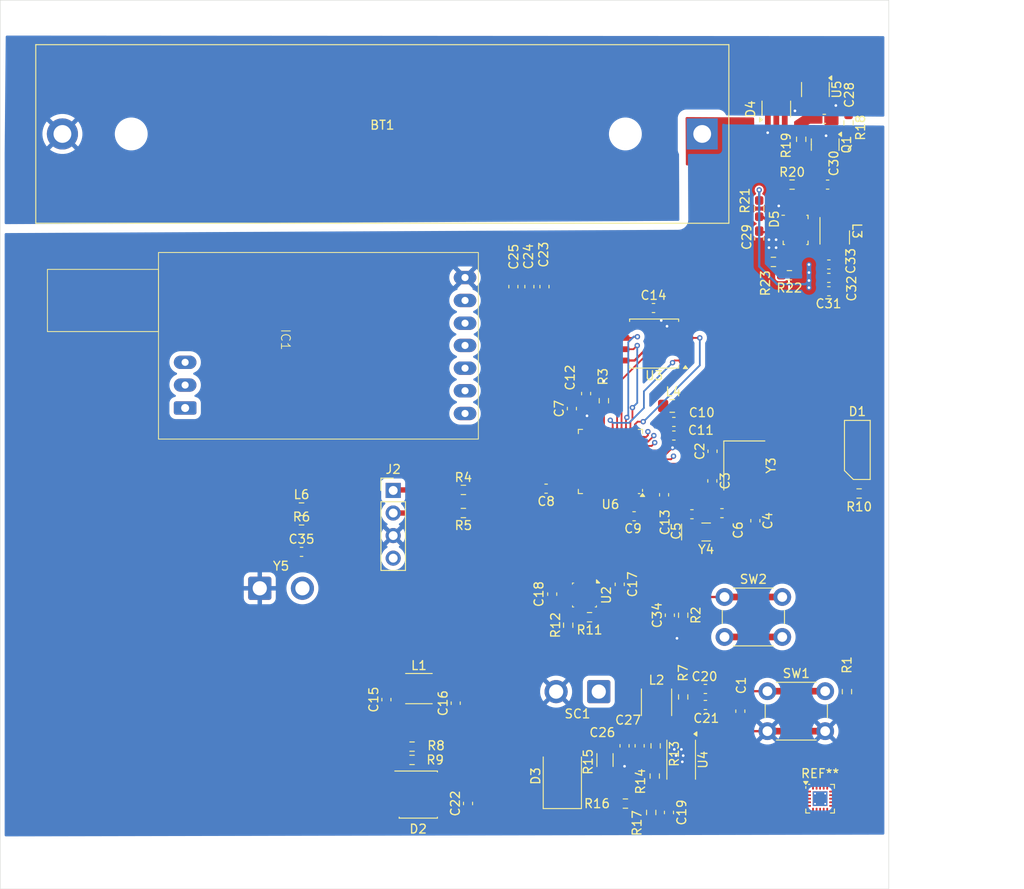
<source format=kicad_pcb>
(kicad_pcb (version 20241229) (generator "pcbnew") (generator_version "9.0")
  (layers (0 "F.Cu" signal) (2 "B.Cu" signal) (13 "F.Paste" user) (15 "B.Paste" user) (5 "F.SilkS" user "F.Silkscreen") (7 "B.SilkS" user "B.Silkscreen") (1 "F.Mask" user) (3 "B.Mask" user) (25 "Edge.Cuts" user))
  (net 0 "")
  (net 1 "Net-(BT1-+)")
  (net 2 "Net-(BT1--)")
  (net 3 "GND")
  (net 4 "/MCU/NRST")
  (net 5 "+3V3")
  (net 6 "VDD_MCU")
  (net 7 "Net-(U6-VCAP1)")
  (net 8 "Net-(U4-VCTRL)")
  (net 9 "Net-(SC1-+)")
  (net 10 "Net-(U4-MPP-SET)")
  (net 11 "Net-(U4-VOUT)")
  (net 12 "Net-(U4-ICRTL_MINUS)")
  (net 13 "Net-(U5-VCC)")
  (net 14 "Net-(D5-VAUX)")
  (net 15 "/Power/VBAT+")
  (net 17 "/MCU/TEMT6000")
  (net 18 "/MCU/I2C1_SCL")
  (net 19 "/MCU/I2C1_SDA")
  (net 21 "Net-(D2-ADR)")
  (net 22 "Net-(D4A-G)")
  (net 23 "Net-(D4B-G)")
  (net 24 "Net-(D5-L2)")
  (net 25 "Net-(D5-PG)")
  (net 26 "Net-(D5-FB)")
  (net 27 "Net-(D5-L1)")
  (net 28 "Net-(D5-EN)")
  (net 30 "/MCU/AUX_LORA")
  (net 31 "/MCU/M1_LORA")
  (net 32 "/MCU/USART1_TX_LORA")
  (net 34 "/MCU/M0_LORA")
  (net 36 "/MCU/USART1_RX_LORA")
  (net 37 "Net-(J2-Pin_1)")
  (net 38 "Net-(J2-Pin_2)")
  (net 39 "Net-(U4-LX)")
  (net 40 "/MCU/BOOT0")
  (net 41 "/MCU/BOOT1")
  (net 42 "/MCU/SWCLK")
  (net 43 "/MCU/SWDIO")
  (net 44 "/MCU/PIEZO")
  (net 45 "Net-(U2-SDO)")
  (net 46 "Net-(U4-ICTRL_PLUS)")
  (net 47 "Net-(U5-CS)")
  (net 48 "/MCU/SPI1_MISO")
  (net 49 "/MCU/PV_CURRENT")
  (net 50 "Net-(L6-Pad1)")
  (net 52 "/MCU/SCK")
  (net 54 "/MCU/F_CS")
  (net 56 "/MCU/SPI1_MOSI")
  (net 57 "/MCU/N_HOLD")
  (net 62 "/MCU/N_WP")
  (net 66 "/MCU/PC13-ANTI-TAMP")
  (net 69 "Net-(D4A-D-Pad2)")
  (net 71 "/MCU/OSC32_P")
  (net 72 "/MCU/OSC32_N")
  (net 73 "/MCU/OSC_P")
  (net 74 "/MCU/OSC_N")
  (footprint "Capacitor_SMD:C_0603_1608Metric_Pad1.08x0.95mm_HandSolder" (layer "F.Cu") (at 144.415 49.85)
    (property "Reference" "C30")
    (property "Value" "10 мкФ 25 В")
  )
  (footprint "Capacitor_SMD:C_0603_1608Metric_Pad1.08x0.95mm_HandSolder" (layer "F.Cu") (at 121.02 94.835 -90)
    (property "Reference" "C17")
    (property "Value" "0,1 мкФ 25 В")
  )
  (footprint "Connector_PinHeader_2.54mm:PinHeader_1x04_P2.54mm_Vertical" (layer "F.Cu") (at 95.52625 84.27)
    (property "Reference" "J2")
    (property "Value" "Conn_01x04_Pin")
  )
  (footprint "Capacitor_SMD:C_0603_1608Metric_Pad1.08x0.95mm_HandSolder" (layer "F.Cu") (at 113.42 95.935 -90)
    (property "Reference" "C18")
    (property "Value" "1 мкФ 25 В")
  )
  (footprint "Capacitor_SMD:C_0603_1608Metric_Pad1.08x0.95mm_HandSolder" (layer "F.Cu") (at 130.66 108.41)
    (property "Reference" "C21")
    (property "Value" "1 нФ 25 В")
  )
  (footprint "Resistor_SMD:R_0603_1608Metric_Pad0.98x0.95mm_HandSolder" (layer "F.Cu") (at 124.96 116.41 -90)
    (property "Reference" "R14")
    (property "Value" "1 кОм")
  )
  (footprint "Capacitor_SMD:C_0603_1608Metric_Pad1.08x0.95mm_HandSolder" (layer "F.Cu") (at 103.9475 119.49625 90)
    (property "Reference" "C22")
    (property "Value" "0,1 мкФ 25 В")
  )
  (footprint "Resistor_SMD:R_0603_1608Metric_Pad0.98x0.95mm_HandSolder" (layer "F.Cu") (at 147.96 84.61)
    (property "Reference" "R10")
    (property "Value" "10 кОм")
  )
  (footprint "Capacitor_SMD:C_0603_1608Metric_Pad1.08x0.95mm_HandSolder" (layer "F.Cu") (at 132.522079 86.82475)
    (property "Reference" "C6")
    (property "Value" "12 пФ 25 В")
  )
  (footprint "Capacitor_SMD:C_0603_1608Metric_Pad1.08x0.95mm_HandSolder" (layer "F.Cu") (at 136.28 87.68 90)
    (property "Reference" "C4")
    (property "Value" "0,1 мкФ 25 В")
  )
  (footprint "Resistor_SMD:R_0603_1608Metric_Pad0.98x0.95mm_HandSolder" (layer "F.Cu") (at 121.66 119.51 180)
    (property "Reference" "R16")
    (property "Value" "160 кОм")
  )
  (footprint "Capacitor_SMD:C_0603_1608Metric_Pad1.08x0.95mm_HandSolder" (layer "F.Cu") (at 124.82 63.739999)
    (property "Reference" "C14")
    (property "Value" "0,1 мкФ 25 В")
  )
  (footprint "Resistor_SMD:R_0603_1608Metric_Pad0.98x0.95mm_HandSolder" (layer "F.Cu") (at 85.21 88.68)
    (property "Reference" "R6")
    (property "Value" "10 МОм")
  )
  (footprint "Resistor_SMD:R_1206_3216Metric" (layer "F.Cu") (at 119.36 114.61 -90)
    (property "Reference" "R15")
    (property "Value" "240 мОм")
  )
  (footprint "Package_SO:SOIC-8_5.3x5.3mm_P1.27mm" (layer "F.Cu") (at 124.89 67.74 180)
    (property "Reference" "U3")
    (property "Value" "W25Q32JVSS")
  )
  (footprint "Resistor_SMD:R_0603_1608Metric_Pad0.98x0.95mm_HandSolder" (layer "F.Cu") (at 124.56 120.51 90)
    (property "Reference" "R17")
    (property "Value" "68 кОм")
  )
  (footprint "Button_Switch_THT:SW_PUSH_6mm_H7.3mm" (layer "F.Cu") (at 132.81 96.26)
    (property "Reference" "SW2")
    (property "Value" "SW_Push")
  )
  (footprint "Capacitor_SMD:C_0603_1608Metric_Pad1.08x0.95mm_HandSolder" (layer "F.Cu") (at 127.11 76.56)
    (property "Reference" "C10")
    (property "Value" "1 мкФ 25 В")
  )
  (footprint "Inductor_SMD:L_Neosid_SMS-ME3015" (layer "F.Cu") (at 125.16 108.11 -90)
    (property "Reference" "L2")
    (property "Value" "10 мкГн")
  )
  (footprint "Resistor_SMD:R_0603_1608Metric_Pad0.98x0.95mm_HandSolder" (layer "F.Cu") (at 117.62 98.535 180)
    (property "Reference" "R11")
    (property "Value" "10 кОм")
  )
  (footprint "Resistor_SMD:R_0603_1608Metric_Pad0.98x0.95mm_HandSolder" (layer "F.Cu") (at 146.77 42.91 -90)
    (property "Reference" "R18")
    (property "Value" "1 кОм")
  )
  (footprint "Capacitor_SMD:C_0603_1608Metric_Pad1.08x0.95mm_HandSolder" (layer "F.Cu") (at 102.56 108.21 90)
    (property "Reference" "C16")
    (property "Value" "0,1 мкФ 25 В")
  )
  (footprint "Resistor_SMD:R_0603_1608Metric_Pad0.98x0.95mm_HandSolder" (layer "F.Cu") (at 146.59 106.91 -90)
    (property "Reference" "R1")
    (property "Value" "10 кОм")
  )
  (footprint "Inductor_SMD:L_0805_2012Metric_Pad1.15x1.40mm_HandSolder" (layer "F.Cu") (at 126.93 74.76)
    (property "Reference" "L4")
    (property "Value" "L")
  )
  (footprint "Package_TO_SOT_SMD:SOT-23-6_Handsoldering" (layer "F.Cu") (at 138.64 41.35 90)
    (property "Reference" "D4")
    (property "Value" "FS8205A")
  )
  (footprint "Connector_Wire:SolderWire-0.75sqmm_1x02_P4.8mm_D1.25mm_OD2.3mm" (layer "F.Cu") (at 118.66 106.91 180)
    (property "Reference" "SC1")
    (property "Value" "Solar_Cell")
  )
  (footprint "Diplom:LoRa module" (layer "F.Cu") (at 88.81 67.49 -90)
    (property "Reference" "IC1")
    (property "Value" "E22-900T22D")
  )
  (footprint "Capacitor_SMD:C_0603_1608Metric_Pad1.08x0.95mm_HandSolder" (layer "F.Cu") (at 144.5525 60.35 180)
    (property "Reference" "C32")
    (property "Value" "10 мкФ 25 В")
  )
  (footprint "Capacitor_SMD:C_0603_1608Metric_Pad1.08x0.95mm_HandSolder" (layer "F.Cu") (at 109.05 61.33 90)
    (property "Reference" "C25")
    (property "Value" "10 мкФ 25 В")
  )
  (footprint "Capacitor_SMD:C_0603_1608Metric_Pad1.08x0.95mm_HandSolder" (layer "F.Cu") (at 126.56 120.51 -90)
    (property "Reference" "C19")
    (property "Value" "1 нФ 25 В")
  )
  (footprint "Battery:BatteryHolder_MPD_BH-18650-PC2" (layer "F.Cu") (at 130.3 44.15 180)
    (property "Reference" "BT1")
    (property "Value" "Battery_Cell")
  )
  (footprint "Resistor_SMD:R_0603_1608Metric_Pad0.98x0.95mm_HandSolder" (layer "F.Cu") (at 138.315 58.55)
    (property "Reference" "R23")
    (property "Value" "150 кОм")
  )
  (footprint "Capacitor_SMD:C_0603_1608Metric_Pad1.08x0.95mm_HandSolder" (layer "F.Cu") (at 130.66 106.61)
    (property "Reference" "C20")
    (property "Value" "10 мкФ 25 В")
  )
  (footprint "Button_Switch_THT:SW_PUSH_6mm_H7.3mm" (layer "F.Cu") (at 137.64 106.86)
    (property "Reference" "SW1")
    (property "Value" "SW_Push")
  )
  (footprint "Resistor_SMD:R_0603_1608Metric_Pad0.98x0.95mm_HandSolder" (layer "F.Cu") (at 136.715 52.55 -90)
    (property "Reference" "R21")
    (property "Value" "100 кОм")
  )
  (footprint "Capacitor_SMD:C_0603_1608Metric_Pad1.08x0.95mm_HandSolder" (layer "F.Cu") (at 117.235 73.37 -90)
    (property "Reference" "C12")
    (property "Value" "4,7 мкФ 25 В")
  )
  (footprint "Resistor_SMD:R_0603_1608Metric_Pad0.98x0.95mm_HandSolder" (layer "F.Cu") (at 119.235 74.17 90)
    (property "Reference" "R3")
    (property "Value" "10 кОм")
  )
  (footprint "Package_LGA:Bosch_LGA-8_2.5x2.5mm_P0.65mm_ClockwisePinNumbering" (layer "F.Cu") (at 117.05 96.035 -90)
    (property "Reference" "U2")
    (property "Value" "BME280")
  )
  (footprint "Capacitor_SMD:C_0603_1608Metric_Pad1.08x0.95mm_HandSolder" (layer "F.Cu") (at 85.21 91.18)
    (property "Reference" "C35")
    (property "Value" "12 пФ 25 В")
  )
  (footprint "Resistor_SMD:R_0603_1608Metric_Pad0.98x0.95mm_HandSolder" (layer "F.Cu") (at 97.6475 113.09625 180)
    (property "Reference" "R8")
    (property "Value" "10 кОм")
  )
  (footprint "Capacitor_SMD:C_0603_1608Metric_Pad1.08x0.95mm_HandSolder" (layer "F.Cu") (at 110.85 61.33 90)
    (property "Reference" "C24")
    (property "Value" "1 мкФ 25 В")
  )
  (footprint "Capacitor_SMD:C_0603_1608Metric_Pad1.08x0.95mm_HandSolder" (layer "F.Cu") (at 129.142079 86.944749 180)
    (property "Reference" "C5")
    (property "Value" "12 пФ 25 В")
  )
  (footprint "Crystal:Crystal_SMD_EuroQuartz_EQ161-2Pin_3.2x1.5mm_HandSoldering" (layer "F.Cu") (at 130.742079 88.944749)
    (property "Reference" "Y4")
    (property "Value" "KX-327NHT")
  )
  (footprint "Package_DFN_QFN:QFN-48-1EP_7x7mm_P0.5mm_EP5.6x5.6mm" (layer "F.Cu") (at 119.9725 81.01 180)
    (property "Reference" "U6")
    (property "Value" "STM32F411CEUx")
  )
  (footprint "Connector_Wire:SolderWire-0.75sqmm_1x02_P4.8mm_D1.25mm_OD2.3mm" (layer "F.Cu") (at 80.51 95.28)
    (property "Reference" "Y5")
    (property "Value" "Crystal")
  )
  (footprint "Capacitor_SMD:C_0603_1608Metric_Pad1.08x0.95mm_HandSolder" (layer "F.Cu") (at 123.26 113.01 90)
    (property "Reference" "C27")
    (property "Value" "1 мкФ 25 В")
  )
  (footprint "Resistor_SMD:R_0603_1608Metric_Pad0.98x0.95mm_HandSolder" (layer "F.Cu") (at 128.16 98.31 -90)
    (property "Reference" "R2")
    (property "Value" "10 кОм")
  )
  (footprint "Resistor_SMD:R_0603_1608Metric_Pad0.98x0.95mm_HandSolder" (layer "F.Cu") (at 140.415 49.85 180)
    (property "Reference" "R20")
    (property "Value" "10 кОм")
  )
  (footprint "Capacitor_SMD:C_0603_1608Metric_Pad1.08x0.95mm_HandSolder" (layer "F.Cu") (at 126.66 98.31 90)
    (property "Reference" "C34")
    (property "Value" "0,1 мкФ 25 В")
  )
  (footprint "Capacitor_SMD:C_0603_1608Metric_Pad1.08x0.95mm_HandSolder" (layer "F.Cu") (at 94.76 107.81 90)
    (property "Reference" "C15")
    (property "Value" "0,1 мкФ 25 В")
  )
  (footprint "Capacitor_SMD:C_0603_1608Metric_Pad1.08x0.95mm_HandSolder" (layer "F.Cu") (at 131.46 79.857499 90)
    (property "Reference" "C2")
    (property "Value" "18 пФ 25 В")
  )
  (footprint "Diode_SMD:D_SMB" (layer "F.Cu") (at 114.56 116.41 90)
    (property "Reference" "D3")
    (property "Value" "SMM4F5.0")
  )
  (footprint "Resistor_SMD:R_0603_1608Metric_Pad0.98x0.95mm_HandSolder" (layer "F.Cu") (at 103.42625 84.21 180)
    (property "Reference" "R4")
    (property "Value" "22 Ом")
  )
  (footprint "Capacitor_SMD:C_0603_1608Metric_Pad1.08x0.95mm_HandSolder" (layer "F.Cu") (at 131.44 83.197499 -90)
    (property "Reference" "C3")
    (property "Value" "18 пФ 25 В")
  )
  (footprint "Capacitor_SMD:C_0603_1608Metric_Pad1.08x0.95mm_HandSolder" (layer "F.Cu") (at 115.635 75.06 90)
    (property "Reference" "C7")
    (property "Value" "0,1 мкФ 25 В")
  )
  (footprint "Diplom:VQFN-15_2.5x3_Pitch0.5mm" (layer "F.Cu") (at 140.815 54.95)
    (property "Reference" "D5")
    (property "Value" "TPS63070")
  )
  (footprint "Resistor_SMD:R_0603_1608Metric_Pad0.98x0.95mm_HandSolder" (layer "F.Cu") (at 97.6475 114.59625 180)
    (property "Reference" "R9")
    (property "Value" "10 кОм")
  )
  (footprint "Capacitor_SMD:C_0603_1608Metric_Pad1.08x0.95mm_HandSolder" (layer "F.Cu") (at 144.04 42.45)
    (property "Reference" "C28")
    (property "Value" "0,1 мкФ 25 В")
  )
  (footprint "Capacitor_SMD:C_0603_1608Metric_Pad1.08x0.95mm_HandSolder" (layer "F.Cu") (at 127.11 78.09)
    (property "Reference" "C11")
    (property "Value" "0,1 мкФ 25 В")
  )
  (footprint "Resistor_SMD:R_0603_1608Metric_Pad0.98x0.95mm_HandSolder" (layer "F.Cu") (at 141.44 44.75 90)
    (property "Reference" "R19")
    (property "Value" "100 Ом")
  )
  (footprint "Capacitor_SMD:C_0603_1608Metric_Pad1.08x0.95mm_HandSolder" (layer "F.Cu") (at 136.715 55.95 90)
    (property "Reference" "C29")
    (property "Value" "0,1 мкФ 25 В")
  )
  (footprint "Resistor_SMD:R_0603_1608Metric_Pad0.98x0.95mm_HandSolder" (layer "F.Cu") (at 103.42625 86.81 180)
    (property "Reference" "R5")
    (property "Value" "22 Ом")
  )
  (footprint "Capacitor_SMD:C_0603_1608Metric_Pad1.08x0.95mm_HandSolder" (layer "F.Cu") (at 112.550001 61.33 90)
    (property "Reference" "C23")
    (property "Value" "0,1 мкФ 25 В")
  )
  (footprint "Resistor_SMD:R_0603_1608Metric_Pad0.98x0.95mm_HandSolder" (layer "F.Cu") (at 115.22 99.435 90)
    (property "Reference" "R12")
    (property "Value" "10 кОм")
  )
  (footprint "Diplom:TEMT6000" (layer "F.Cu") (at 147.76 79.71)
    (property "Reference" "D1")
    (property "Value" "TEMT6000")
  )
  (footprint "Diplom:AHT10" (layer "F.Cu") (at 98.3525 118.49625)
    (property "Reference" "D2")
    (property "Value" "AHT10")
  )
  (footprint "Capacitor_SMD:C_0603_1608Metric_Pad1.08x0.95mm_HandSolder" (layer "F.Cu") (at 112.735 84.07 180)
    (property "Reference" "C8")
    (property "Value" "0,1 мкФ 25 В")
  )
  (footprint "Package_TO_SOT_SMD:SOT-23-6" (layer "F.Cu") (at 143.04 39.15 -90)
    (property "Reference" "U5")
    (property "Value" "DW01A")
  )
  (footprint "Inductor_SMD:L_0805_2012Metric_Pad1.15x1.40mm_HandSolder" (layer "F.Cu") (at 85.21 86.38)
    (property "Reference" "L6")
    (property "Value" "L")
  )
  (footprint "Package_DFN_QFN:QFN-20-1EP_3x3mm_P0.4mm_EP1.65x1.65mm_ThermalVias" (layer "F.Cu") (at 143.57 118.96)
    (property "Reference" "REF**")
    (property "Value" "QFN-20-1EP_3x3mm_P0.4mm_EP1.65x1.65mm_ThermalVias")
  )
  (footprint "Resistor_SMD:R_0603_1608Metric_Pad0.98x0.95mm_HandSolder" (layer "F.Cu") (at 128.16 107.51 -90)
    (property "Reference" "R7")
    (property "Value" "1 кОм")
  )
  (footprint "Resistor_SMD:R_0603_1608Metric_Pad0.98x0.95mm_HandSolder" (layer "F.Cu") (at 140.115 60.05 180)
    (property "Reference" "R22")
    (property "Value" "470 кОм")
  )
  (footprint "Inductor_SMD_Wurth:L_Wurth_WE-LQSH-3012" (layer "F.Cu") (at 145.215 55.05 -90)
    (property "Reference" "L3")
    (property "Value" "1 мкГн")
  )
  (footprint "Capacitor_SMD:C_0603_1608Metric_Pad1.08x0.95mm_HandSolder" (layer "F.Cu") (at 126.01 84.76 -90)
    (property "Reference" "C13")
    (property "Value" "0,1 мкФ 25 В")
  )
  (footprint "Capacitor_SMD:C_0603_1608Metric_Pad1.08x0.95mm_HandSolder" (layer "F.Cu") (at 134.59 109.11 -90)
    (property "Reference" "C1")
    (property "Value" "0,1 мкФ 25 В")
  )
  (footprint "Capacitor_SMD:C_0603_1608Metric_Pad1.08x0.95mm_HandSolder" (layer "F.Cu") (at 144.5525 58.84 180)
    (property "Reference" "C33")
    (property "Value" "10 мкФ 25 В")
  )
  (footprint "Resistor_SMD:R_0603_1608Metric_Pad0.98x0.95mm_HandSolder" (layer "F.Cu") (at 125.06 113.01 90)
    (property "Reference" "R13")
    (property "Value" "1 кОм")
  )
  (footprint "Capacitor_SMD:C_0603_1608Metric_Pad1.08x0.95mm_HandSolder" (layer "F.Cu") (at 122.635 87.17 180)
    (property "Reference" "C9")
    (property "Value" "0,1 мкФ 25 В")
  )
  (footprint "Package_SO:TSSOP-8_4.4x3mm_P0.65mm" (layer "F.Cu") (at 127.935 114.5725 -90)
    (property "Reference" "U4")
    (property "Value" "SPV1040")
  )
  (footprint "Inductor_SMD:L_Neosid_SMS-ME3015" (layer "F.Cu") (at 98.42 106.57)
    (property "Reference" "L1")
    (property "Value" "L")
  )
  (footprint "Capacitor_SMD:C_0603_1608Metric_Pad1.08x0.95mm_HandSolder" (layer "F.Cu") (at 121.56 113.01 90)
    (property "Reference" "C26")
    (property "Value" "10 мкФ 25 В")
  )
  (footprint "Crystal:Crystal_SMD_3225-4Pin_3.2x2.5mm_HandSoldering" (layer "F.Cu") (at 135.04 81.46 -90)
    (property "Reference" "Y3")
    (property "Value" "ABM3-25.000MHz-D2Y-T")
  )
  (footprint "Capacitor_SMD:C_0603_1608Metric_Pad1.08x0.95mm_HandSolder" (layer "F.Cu") (at 144.5525 61.85 180)
    (property "Reference" "C31")
    (property "Value" "10 мкФ 25 В")
  )
  (footprint "Package_TO_SOT_SMD:SOT-23" (layer "F.Cu") (at 144.14 45.35 -90)
    (property "Reference" "Q1")
    (property "Value" "SI2301")
  )
  (gr_rect (start 51.3 29.1) (end 151.3 129.1) (stroke (width 0.05)) (fill no) (layer "Edge.Cuts"))
  (segment (start 139.89 41.55) (end 140.74 41.55) (width 0.4) (layer "F.Cu") (net 2))
  (segment (start 139.59 41.85) (end 139.89 41.55) (width 0.4) (layer "F.Cu") (net 2))
  (segment (start 139.59 42.7) (end 139.59 41.85) (width 0.4) (layer "F.Cu") (net 2))
  (via (at 140.74 41.55) (size 0.6) (drill 0.3) (layers "F.Cu" "B.Cu") (net 2))
  (via (at 145.34 40.95) (size 0.6) (drill 0.3) (layers "F.Cu" "B.Cu") (net 2))
  (segment (start 137.69 43.99) (end 137.67 44.01) (width 0.254) (layer "F.Cu") (net 3))
  (segment (start 140.565 55.8) (end 140.565 56.35) (width 0.254) (layer "F.Cu") (net 3))
  (segment (start 134.59 111.11) (end 134.84 111.36) (width 0.254) (layer "F.Cu") (net 3))
  (segment (start 138.915 52.25) (end 139.615 52.25) (width 0.254) (layer "F.Cu") (net 3))
  (segment (start 126.96 79.45) (end 126.99 79.42) (width 0.2) (layer "F.Cu") (net 3))
  (segment (start 134.59 109.9725) (end 134.59 111.11) (width 0.254) (layer "F.Cu") (net 3))
  (segment (start 117.7225 77.5725) (end 117.7225 76.2575) (width 0.254) (layer "F.Cu") (net 3))
  (segment (start 117.2075 74.26) (end 117.235 74.2325) (width 0.254) (layer "F.Cu") (net 3))
  (segment (start 141.415 54.95) (end 144.115 54.95) (width 0.254) (layer "F.Cu") (net 3))
  (segment (start 121.56 115.31) (end 121.56 113.8725) (width 0.508) (layer "F.Cu") (net 3))
  (segment (start 125.682501 65.1325) (end 125.6825 63.74) (width 0.4) (layer "F.Cu") (net 3))
  (segment (start 127.46 99.1725) (end 127.46 100.91) (width 0.254) (layer "F.Cu") (net 3))
  (segment (start 123.41 80.26) (end 126.15 80.26) (width 0.2) (layer "F.Cu") (net 3))
  (segment (start 117.7225 76.2575) (end 117.335 75.87) (width 0.254) (layer "F.Cu") (net 3))
  (segment (start 122.2225 85.6825) (end 121.7725 86.1325) (width 0.254) (layer "F.Cu") (net 3))
  (segment (start 140.465 55.7) (end 140.465 55.050001) (width 0.254) (layer "F.Cu") (net 3))
  (segment (start 117.1725 73.97) (end 117.1725 75.7075) (width 0.254) (layer "F.Cu") (net 3))
  (segment (start 137.69 42.7) (end 137.69 43.99) (width 0.254) (layer "F.Cu") (net 3))
  (segment (start 128.26 113.11) (end 127.96 113.41) (width 0.4) (layer "F.Cu") (net 3))
  (segment (start 126.385001 65.835) (end 126.340001 65.79) (width 0.4) (layer "F.Cu") (net 3))
  (segment (start 139.615 52.25) (end 140.065 52.7) (width 0.254) (layer "F.Cu") (net 3))
  (segment (start 134.84 111.36) (end 137.64 111.36) (width 0.254) (layer "F.Cu") (net 3))
  (segment (start 121.7725 86.1325) (end 121.7725 87.17) (width 0.254) (layer "F.Cu") (net 3))
  (segment (start 125.69 65.14) (end 125.682501 65.1325) (width 0.4) (layer "F.Cu") (net 3))
  (segment (start 145.0275 44.35) (end 145.09 44.4125) (width 0.4) (layer "F.Cu") (net 3))
  (segment (start 117.1725 75.7075) (end 117.335 75.87) (width 0.254) (layer "F.Cu") (net 3))
  (segment (start 115.635 74.1975) (end 115.6975 74.26) (width 0.254) (layer "F.Cu") (net 3))
  (segment (start 126.15 80.26) (end 126.96 79.45) (width 0.2) (layer "F.Cu") (net 3))
  (segment (start 144.24 44.35) (end 145.0275 44.35) (width 0.4) (layer "F.Cu") (net 3))
  (segment (start 131.5225 106.61) (end 131.5225 108.41) (width 0.508) (layer "F.Cu") (net 3))
  (segment (start 137.64 111.36) (end 144.14 111.36) (width 0.75) (layer "F.Cu") (net 3))
  (segment (start 124.56 121.4225) (end 126.51 121.4225) (width 0.508) (layer "F.Cu") (net 3))
  (segment (start 127.46 99.1725) (end 128.11 99.1725) (width 0.254) (layer "F.Cu") (net 3))
  (segment (start 122.2225 84.4475) (end 122.2225 85.6825) (width 0.254) (layer "F.Cu") (net 3))
  (segment (start 119.235 73.2575) (end 119.235 71.97) (width 0.4) (layer "F.Cu") (net 3))
  (segment (start 115.6975 74.26) (end 117.2075 74.26) (width 0.254) (layer "F.Cu") (net 3))
  (segment (start 126.51 121.4225) (end 126.56 121.3725) (width 0.508) (layer "F.Cu") (net 3))
  (segment (start 139.665 55.7) (end 140.465 55.7) (width 0.254) (layer "F.Cu") (net 3))
  (segment (start 140.465 55.7) (end 140.565 55.8) (width 0.254) (layer "F.Cu") (net 3))
  (segment (start 140.565001 54.95) (end 141.415 54.95) (width 0.254) (layer "F.Cu") (net 3))
  (segment (start 128.11 99.1725) (end 128.16 99.2225) (width 0.254) (layer "F.Cu") (net 3))
  (segment (start 128.26 111.71) (end 128.26 113.11) (width 0.4) (layer "F.Cu") (net 3))
  (segment (start 126.340001 65.79) (end 125.69 65.14) (width 0.4) (layer "F.Cu") (net 3))
  (segment (start 128.477501 65.835) (end 126.385001 65.835) (width 0.4) (layer "F.Cu") (net 3))
  (segment (start 140.465 55.050001) (end 140.565001 54.95) (width 0.254) (layer "F.Cu") (net 3))
  (segment (start 140.065 52.7) (end 140.065 53.55) (width 0.254) (layer "F.Cu") (net 3))
  (segment (start 126.66 99.1725) (end 127.46 99.1725) (width 0.254) (layer "F.Cu") (net 3))
  (via (at 137.67 44.01) (size 0.6) (drill 0.3) (layers "F.Cu" "B.Cu") (net 3))
  (via (at 119.235 71.97) (size 0.6) (drill 0.3) (layers "F.Cu" "B.Cu") (net 3))
  (via (at 138.915 52.25) (size 0.6) (drill 0.3) (layers "F.Cu" "B.Cu") (net 3))
  (via (at 127.96 113.41) (size 0.6) (drill 0.3) (layers "F.Cu" "B.Cu") (net 3))
  (via (at 128.06 114.81) (size 0.6) (drill 0.3) (layers "F.Cu" "B.Cu") (net 3))
  (via (at 138.615 56.05) (size 0.6) (drill 0.3) (layers "F.Cu" "B.Cu") (net 3))
  (via (at 144.24 44.35) (size 0.6) (drill 0.3) (layers "F.Cu" "B.Cu") (net 3))
  (via (at 128.16 114.11) (size 0.6) (drill 0.3) (layers "F.Cu" "B.Cu") (net 3))
  (via (at 126.96 79.45) (size 0.6) (drill 0.3) (layers "F.Cu" "B.Cu") (net 3))
  (via (at 127.46 100.91) (size 0.6) (drill 0.3) (layers "F.Cu" "B.Cu") (net 3))
  (via (at 137.815 56.95) (size 0.6) (drill 0.3) (layers "F.Cu" "B.Cu") (net 3))
  (via (at 125.69 65.14) (size 0.6) (drill 0.3) (layers "F.Cu" "B.Cu") (net 3))
  (via (at 138.615 56.95) (size 0.6) (drill 0.3) (layers "F.Cu" "B.Cu") (net 3))
  (via (at 127.16 113.41) (size 0.6) (drill 0.3) (layers "F.Cu" "B.Cu") (net 3))
  (via (at 117.335 75.87) (size 0.6) (drill 0.3) (layers "F.Cu" "B.Cu") (net 3))
  (via (at 137.815 56.05) (size 0.6) (drill 0.3) (layers "F.Cu" "B.Cu") (net 3))
  (via (at 121.56 115.31) (size 0.6) (drill 0.3) (layers "F.Cu" "B.Cu") (net 3))
  (via (at 126.340001 65.79) (size 0.6) (drill 0.3) (layers "F.Cu" "B.Cu") (net 3))
  (via (at 127.36 114.11) (size 0.6) (drill 0.3) (layers "F.Cu" "B.Cu") (net 3))
  (segment (start 134.59 107.41) (end 135.14 106.86) (width 0.254) (layer "F.Cu") (net 4))
  (segment (start 137.64 106.86) (end 144.14 106.86) (width 0.75) (layer "F.Cu") (net 4))
  (segment (start 127.07 80.48) (end 126.79 80.76) (width 0.2) (layer "F.Cu") (net 4))
  (segment (start 134.59 108.2475) (end 134.59 107.41) (width 0.254) (layer "F.Cu") (net 4))
  (segment (start 126.79 80.76) (end 123.41 80.76) (width 0.2) (layer "F.Cu") (net 4))
  (segment (start 127.07 80.41) (end 127.07 80.48) (width 0.2) (layer "F.Cu") (net 4))
  (segment (start 135.14 106.86) (end 137.64 106.86) (width 0.254) (layer "F.Cu") (net 4))
  (via (at 127.07 80.41) (size 0.6) (drill 0.3) (layers "F.Cu" "B.Cu") (net 4))
  (segment (start 121.3025 69.645) (end 122.685 69.645) (width 0.254) (layer "F.Cu") (net 5))
  (segment (start 113.42 96.7975) (end 113.8575 96.36) (width 0.254) (layer "F.Cu") (net 5))
  (segment (start 104.1675 120.35875) (end 100.295 120.35875) (width 0.254) (layer "F.Cu") (net 5))
  (segment (start 100.295 120.35875) (end 99.7025 119.76625) (width 0.254) (layer "F.Cu") (net 5))
  (segment (start 118.0875 95.6975) (end 118.075 95.71) (width 0.254) (layer "F.Cu") (net 5))
  (segment (start 118.075 95.71) (end 121.0075 95.71) (width 0.254) (layer "F.Cu") (net 5))
  (segment (start 121.0075 95.71) (end 121.02 95.6975) (width 0.254) (layer "F.Cu") (net 5))
  (segment (start 122.685 69.645) (end 124.52 67.81) (width 0.254) (layer "F.Cu") (net 5))
  (segment (start 116.595 95.06) (end 117.245 95.71) (width 0.254) (layer "F.Cu") (net 5))
  (segment (start 98.56 118.62375) (end 99.7025 119.76625) (width 0.254) (layer "F.Cu") (net 5))
  (segment (start 117.245 95.71) (end 118.075 95.71) (width 0.254) (layer "F.Cu") (net 5))
  (segment (start 98.56 114.59625) (end 98.56 118.62375) (width 0.254) (layer "F.Cu") (net 5))
  (segment (start 124.52 67.81) (end 124.52 64.935) (width 0.254) (layer "F.Cu") (net 5))
  (segment (start 124.52 64.935) (end 123.9575 64.3725) (width 0.254) (layer "F.Cu") (net 5))
  (segment (start 104.1775 120.36875) (end 104.1675 120.35875) (width 0.254) (layer "F.Cu") (net 5))
  (segment (start 113.8575 96.36) (end 116.025 96.36) (width 0.254) (layer "F.Cu") (net 5))
  (segment (start 123.9575 64.3725) (end 123.9575 63.74) (width 0.254) (layer "F.Cu") (net 5))
  (segment (start 132.81 100.76) (end 139.31 100.76) (width 0.75) (layer "F.Cu") (net 5))
  (segment (start 116.025 95.06) (end 116.595 95.06) (width 0.254) (layer "F.Cu") (net 5))
  (segment (start 136.715 51.6375) (end 136.715 50.45) (width 0.254) (layer "F.Cu") (net 5))
  (segment (start 116.595 96.36) (end 117.245 95.71) (width 0.254) (layer "F.Cu") (net 5))
  (segment (start 116.025 96.36) (end 116.595 96.36) (width 0.254) (layer "F.Cu") (net 5))
  (via (at 142.315 58.85) (size 0.6) (drill 0.3) (layers "F.Cu" "B.Cu") (net 5))
  (via (at 142.315 59.75) (size 0.6) (drill 0.3) (layers "F.Cu" "B.Cu") (net 5))
  (via (at 136.715 50.45) (size 0.6) (drill 0.3) (layers "F.Cu" "B.Cu") (net 5))
  (via (at 142.315 60.65) (size 0.6) (drill 0.3) (layers "F.Cu" "B.Cu") (net 5))
  (via (at 142.315 61.45) (size 0.6) (drill 0.3) (layers "F.Cu" "B.Cu") (net 5))
  (segment (start 136.715 50.45) (end 136.715 59.05) (width 0.254) (layer "B.Cu") (net 5))
  (segment (start 138.715 61.05) (end 141.915 61.05) (width 0.254) (layer "B.Cu") (net 5))
  (segment (start 136.715 59.05) (end 138.715 61.05) (width 0.254) (layer "B.Cu") (net 5))
  (segment (start 141.915 61.05) (end 142.315 60.65) (width 0.254) (layer "B.Cu") (net 5))
  (segment (start 142.315 61.45) (end 142.315 58.85) (width 0.508) (layer "B.Cu") (net 5))
  (segment (start 126.2475 76.56) (end 126.2475 78.09) (width 0.508) (layer "F.Cu") (net 6))
  (segment (start 126.2475 76.56) (end 126.2475 75.9575) (width 0.508) (layer "F.Cu") (net 6))
  (segment (start 116.499373 75.9225) (end 115.825 75.9225) (width 0.254) (layer "F.Cu") (net 6))
  (segment (start 126.2475 75.9575) (end 125.905001 75.615001) (width 0.508) (layer "F.Cu") (net 6))
  (segment (start 125.905001 75.615001) (end 125.905001 74.76) (width 0.508) (layer "F.Cu") (net 6))
  (segment (start 122.7225 85.4575) (end 123.4975 86.2325) (width 0.254) (layer "F.Cu") (net 6))
  (segment (start 126.1625 83.76) (end 126.3725 83.97) (width 0.254) (layer "F.Cu") (net 6))
  (segment (start 115.825 75.9225) (end 115.635 75.7325) (width 0.254) (layer "F.Cu") (net 6))
  (segment (start 115.145 83.76) (end 114.835 84.07) (width 0.254) (layer "F.Cu") (net 6))
  (segment (start 126.2475 78.9425) (end 126.2475 78.09) (width 0.2) (layer "F.Cu") (net 6))
  (segment (start 122.7225 84.4475) (end 122.7225 85.4575) (width 0.254) (layer "F.Cu") (net 6))
  (segment (start 117.2225 76.645627) (end 116.499373 75.9225) (width 0.254) (layer "F.Cu") (net 6))
  (segment (start 114.835 84.07) (end 113.5975 84.07) (width 0.254) (layer "F.Cu") (net 6))
  (segment (start 117.2225 77.5725) (end 117.2225 76.645627) (width 0.254) (layer "F.Cu") (net 6))
  (segment (start 125.43 79.76) (end 126.2475 78.9425) (width 0.2) (layer "F.Cu") (net 6))
  (segment (start 123.4975 86.2325) (end 123.4975 87.17) (width 0.254) (layer "F.Cu") (net 6))
  (segment (start 123.41 83.76) (end 126.1625 83.76) (width 0.254) (layer "F.Cu") (net 6))
  (segment (start 116.535 83.76) (end 115.145 83.76) (width 0.254) (layer "F.Cu") (net 6))
  (segment (start 123.41 79.76) (end 125.43 79.76) (width 0.2) (layer "F.Cu") (net 6))
  (segment (start 118.2225 73.495) (end 117.235 72.5075) (width 0.254) (layer "F.Cu") (net 7))
  (segment (start 118.2225 77.5725) (end 118.2225 73.495) (width 0.254) (layer "F.Cu") (net 7))
  (segment (start 124.56 119.5975) (end 122.66 119.5975) (width 0.508) (layer "F.Cu") (net 8))
  (segment (start 126.96 119.2475) (end 126.56 119.6475) (width 0.254) (layer "F.Cu") (net 8))
  (segment (start 126.56 119.6475) (end 124.61 119.6475) (width 0.508) (layer "F.Cu") (net 8))
  (segment (start 124.61 119.6475) (end 124.56 119.5975) (width 0.254) (layer "F.Cu") (net 8))
  (segment (start 122.66 119.5975) (end 122.5725 119.51) (width 0.254) (layer "F.Cu") (net 8))
  (segment (start 126.96 117.435) (end 126.96 119.2475) (width 0.254) (layer "F.Cu") (net 8))
  (segment (start 128.1725 106.61) (end 128.16 106.5975) (width 0.508) (layer "F.Cu") (net 9))
  (segment (start 129.7975 106.61) (end 128.1725 106.61) (width 0.508) (layer "F.Cu") (net 9))
  (segment (start 128.91 111.71) (end 128.91 108.4725) (width 0.254) (layer "F.Cu") (net 10))
  (segment (start 128.91 108.4725) (end 128.96 108.4225) (width 0.254) (layer "F.Cu") (net 10))
  (segment (start 128.96 108.4225) (end 129.785 108.4225) (width 0.508) (layer "F.Cu") (net 10))
  (segment (start 128.91 117.435) (end 128.91 111.71) (width 0.254) (layer "F.Cu") (net 10))
  (segment (start 129.785 108.4225) (end 129.7975 108.41) (width 0.508) (layer "F.Cu") (net 10))
  (segment (start 128.16 108.4225) (end 128.96 108.4225) (width 0.508) (layer "F.Cu") (net 10))
  (segment (start 124.7725 115.51) (end 126.76 115.51) (width 0.254) (layer "F.Cu") (net 12))
  (segment (start 123.26 114.785) (end 123.9725 115.4975) (width 0.508) (layer "F.Cu") (net 12))
  (segment (start 127.61 116.36) (end 127.61 117.435) (width 0.254) (layer "F.Cu") (net 12))
  (segment (start 123.9725 115.4975) (end 124.96 115.4975) (width 0.508) (layer "F.Cu") (net 12))
  (segment (start 126.76 115.51) (end 127.61 116.36) (width 0.254) (layer "F.Cu") (net 12))
  (segment (start 123.26 114.7225) (end 123.26 113.8725) (width 0.508) (layer "F.Cu") (net 12))
  (segment (start 139.665 55.2) (end 137.0275 55.2) (width 0.254) (layer "F.Cu") (net 14))
  (segment (start 137.0275 55.2) (end 136.9775 55.25) (width 0.254) (layer "F.Cu") (net 14))
  (segment (start 147.16 81.535) (end 147.21 81.485) (width 0.508) (layer "F.Cu") (net 17))
  (segment (start 123.99 78.26) (end 124.19 78.06) (width 0.2) (layer "F.Cu") (net 17))
  (segment (start 124.19 78.06) (end 124.19 77.65) (width 0.2) (layer "F.Cu") (net 17))
  (segment (start 147.0475 84.61) (end 147.16 84.4975) (width 0.508) (layer "F.Cu") (net 17))
  (segment (start 147.16 84.4975) (end 147.16 81.535) (width 0.508) (layer "F.Cu") (net 17))
  (segment (start 123.41 78.26) (end 123.99 78.26) (width 0.2) (layer "F.Cu") (net 17))
  (via (at 124.19 77.65) (size 0.6) (drill 0.3) (layers "F.Cu" "B.Cu") (net 17))
  (segment (start 97.0025 114.86375) (end 96.735 114.59625) (width 0.254) (layer "F.Cu") (net 21))
  (segment (start 96.735 113.09625) (end 96.735 114.59625) (width 0.508) (layer "F.Cu") (net 21))
  (segment (start 97.0025 117.22625) (end 97.0025 114.86375) (width 0.254) (layer "F.Cu") (net 21))
  (segment (start 137.69 40) (end 137.69 38.9) (width 0.254) (layer "F.Cu") (net 22))
  (segment (start 138.5775 38.0125) (end 142.09 38.0125) (width 0.254) (layer "F.Cu") (net 22))
  (segment (start 137.69 38.9) (end 138.5775 38.0125) (width 0.254) (layer "F.Cu") (net 22))
  (segment (start 139.64 39.95) (end 140.54 39.95) (width 0.254) (layer "F.Cu") (net 23))
  (segment (start 143.99 38.674999) (end 143.99 38.0125) (width 0.254) (layer "F.Cu") (net 23))
  (segment (start 141.34 39.15) (end 143.514999 39.15) (width 0.254) (layer "F.Cu") (net 23))
  (segment (start 139.59 40) (end 139.64 39.95) (width 0.254) (layer "F.Cu") (net 23))
  (segment (start 143.514999 39.15) (end 143.99 38.674999) (width 0.254) (layer "F.Cu") (net 23))
  (segment (start 140.54 39.95) (end 141.34 39.15) (width 0.254) (layer "F.Cu") (net 23))
  (segment (start 138.365 54.7) (end 137.1275 53.4625) (width 0.254) (layer "F.Cu") (net 25))
  (segment (start 139.665 54.7) (end 138.365 54.7) (width 0.254) (layer "F.Cu") (net 25))
  (segment (start 137.1275 53.4625) (end 136.715 53.4625) (width 0.254) (layer "F.Cu") (net 25))
  (segment (start 139.2275 58.35) (end 139.2275 58.3375) (width 0.254) (layer "F.Cu") (net 26))
  (segment (start 139.2025 60.05) (end 139.2025 58.575) (width 0.508) (layer "F.Cu") (net 26))
  (segment (start 139.2025 58.575) (end 139.2275 58.55) (width 0.508) (layer "F.Cu") (net 26))
  (segment (start 139.2275 58.3375) (end 140.065 57.5) (width 0.254) (layer "F.Cu") (net 26))
  (segment (start 140.065 57.5) (end 140.065 56.35) (width 0.254) (layer "F.Cu") (net 26))
  (segment (start 140.275958 54.2) (end 140.565 53.910958) (width 0.254) (layer "F.Cu") (net 28))
  (segment (start 140.565 53.55) (end 140.565 52) (width 0.254) (layer "F.Cu") (net 28))
  (segment (start 140.565 52) (end 139.5025 50.9375) (width 0.254) (layer "F.Cu") (net 28))
  (segment (start 140.565 53.910958) (end 140.565 53.55) (width 0.254) (layer "F.Cu") (net 28))
  (segment (start 139.665 54.2) (end 140.275958 54.2) (width 0.254) (layer "F.Cu") (net 28))
  (segment (start 139.5025 50.9375) (end 139.5025 49.85) (width 0.254) (layer "F.Cu") (net 28))
  (segment (start 102.51375 84.21) (end 95.58625 84.21) (width 0.6) (layer "F.Cu") (net 37))
  (segment (start 95.58625 84.21) (end 95.52625 84.27) (width 0.6) (layer "F.Cu") (net 37))
  (segment (start 102.51375 86.81) (end 95.52625 86.81) (width 0.6) (layer "F.Cu") (net 38))
  (segment (start 128.11 97.4475) (end 128.16 97.3975) (width 0.254) (layer "F.Cu") (net 40))
  (segment (start 128.16 97.3975) (end 129.1725 97.3975) (width 0.254) (layer "F.Cu") (net 40))
  (segment (start 126.66 97.4475) (end 128.11 97.4475) (width 0.254) (layer "F.Cu") (net 40))
  (segment (start 130.31 96.26) (end 132.81 96.26) (width 0.254) (layer "F.Cu") (net 40))
  (segment (start 129.1725 97.3975) (end 130.31 96.26) (width 0.254) (layer "F.Cu") (net 40))
  (segment (start 132.81 96.26) (end 139.31 96.26) (width 0.75) (layer "F.Cu") (net 40))
  (segment (start 119.2225 77.5725) (end 119.2225 75.095) (width 0.254) (layer "F.Cu") (net 41))
  (segment (start 119.2225 75.095) (end 119.235 75.0825) (width 0.254) (layer "F.Cu") (net 41))
  (segment (start 124.955569 78.884829) (end 124.955569 78.914431) (width 0.2) (layer "F.Cu") (net 44))
  (segment (start 124.955569 78.914431) (end 124.61 79.26) (width 0.2) (layer "F.Cu") (net 44))
  (segment (start 124.61 79.26) (end 123.41 79.26) (width 0.2) (layer "F.Cu") (net 44))
  (via (at 124.955569 78.884829) (size 0.6) (drill 0.3) (layers "F.Cu" "B.Cu") (net 44))
  (segment (start 116.695 98.5225) (end 116.7075 98.535) (width 0.508) (layer "F.Cu") (net 45))
  (segment (start 116.7075 98.535) (end 116.02 98.535) (width 0.508) (layer "F.Cu") (net 45))
  (segment (start 115.2325 98.535) (end 115.22 98.5225) (width 0.508) (layer "F.Cu") (net 45))
  (segment (start 116.02 98.535) (end 115.2325 98.535) (width 0.508) (layer "F.Cu") (net 45))
  (segment (start 116.025 98.53) (end 116.02 98.535) (width 0.254) (layer "F.Cu") (net 45))
  (segment (start 116.025 97.01) (end 116.025 98.53) (width 0.254) (layer "F.Cu") (net 45))
  (segment (start 128.26 116.31) (end 125.8725 113.9225) (width 0.254) (layer "F.Cu") (net 46))
  (segment (start 128.26 117.435) (end 128.26 116.31) (width 0.254) (layer "F.Cu") (net 46))
  (segment (start 125.8725 113.9225) (end 125.06 113.9225) (width 0.254) (layer "F.Cu") (net 46))
  (segment (start 148.06 41.7475) (end 148.06 39.37) (width 0.508) (layer "F.Cu") (net 47))
  (segment (start 143.04 36.98) (end 143.04 38.0125) (width 0.508) (layer "F.Cu") (net 47))
  (segment (start 148.06 39.37) (end 145.36 36.67) (width 0.508) (layer "F.Cu") (net 47))
  (segment (start 143.35 36.67) (end 143.04 36.98) (width 0.508) (layer "F.Cu") (net 47))
  (segment (start 145.36 36.67) (end 143.35 36.67) (width 0.508) (layer "F.Cu") (net 47))
  (segment (start 124.665 68.375) (end 124.812319 68.375) (width 0.2) (layer "F.Cu") (net 48))
  (segment (start 121.2225 77.5725) (end 121.2225 71.8175) (width 0.2) (layer "F.Cu") (net 48))
  (segment (start 125.892319 68.375) (end 126.012319 68.375) (width 0.2) (layer "F.Cu") (net 48))
  (segment (start 126.364413 68.375) (end 128.4775 68.375) (width 0.2) (layer "F.Cu") (net 48))
  (segment (start 125.052319 68.615) (end 125.052319 69.135) (width 0.2) (layer "F.Cu") (net 48))
  (segment (start 125.292319 69.375) (end 125.412319 69.375) (width 0.2) (layer "F.Cu") (net 48))
  (segment (start 125.652319 69.135) (end 125.652319 68.615) (width 0.2) (layer "F.Cu") (net 48))
  (segment (start 121.2225 71.8175) (end 124.665 68.375) (width 0.2) (layer "F.Cu") (net 48))
  (segment (start 126.012319 68.375) (end 126.364413 68.375) (width 0.2) (layer "F.Cu") (net 48))
  (arc (start 125.412319 69.375) (mid 125.582025 69.304706) (end 125.652319 69.135) (width 0.2) (layer "F.Cu") (net 48))
  (arc (start 125.052319 69.135) (mid 125.122613 69.304706) (end 125.292319 69.375) (width 0.2) (layer "F.Cu") (net 48))
  (arc (start 125.652319 68.615) (mid 125.722613 68.445294) (end 125.892319 68.375) (width 0.2) (layer "F.Cu") (net 48))
  (arc (start 124.812319 68.375) (mid 124.982025 68.445294) (end 125.052319 68.615) (width 0.2) (layer "F.Cu") (net 48))
  (segment (start 124.22 78.76) (end 123.41 78.76) (width 0.2) (layer "F.Cu") (net 49))
  (segment (start 124.857574 78.090851) (end 124.857574 78.122426) (width 0.2) (layer "F.Cu") (net 49))
  (segment (start 124.857574 78.122426) (end 124.22 78.76) (width 0.2) (layer "F.Cu") (net 49))
  (via (at 124.857574 78.090851) (size 0.6) (drill 0.3) (layers "F.Cu" "B.Cu") (net 49))
  (segment (start 121.8225 76.06) (end 121.7225 76.16) (width 0.2) (layer "F.Cu") (net 52))
  (segment (start 121.7225 76.16) (end 121.7225 77.5725) (width 0.2) (layer "F.Cu") (net 52))
  (segment (start 122.455 67.105) (end 121.3025 67.105) (width 0.2) (layer "F.Cu") (net 52))
  (segment (start 122.59 66.97) (end 122.455 67.105) (width 0.2) (layer "F.Cu") (net 52))
  (segment (start 123.01 66.97) (end 122.59 66.97) (width 0.2) (layer "F.Cu") (net 52))
  (via (at 121.8225 76.06) (size 0.6) (drill 0.3) (layers "F.Cu" "B.Cu") (net 52))
  (via (at 123.01 66.97) (size 0.6) (drill 0.3) (layers "F.Cu" "B.Cu") (net 52))
  (segment (start 122.59 66.97) (end 123.01 66.97) (width 0.2) (layer "B.Cu") (net 52))
  (segment (start 121.98 75.9025) (end 121.98 67.58) (width 0.2) (layer "B.Cu") (net 52))
  (segment (start 121.8225 76.06) (end 121.98 75.9025) (width 0.2) (layer "B.Cu") (net 52))
  (segment (start 121.98 67.58) (end 122.59 66.97) (width 0.2) (layer "B.Cu") (net 52))
  (segment (start 128.4775 69.645) (end 127.185 69.645) (width 0.2) (layer "F.Cu") (net 54))
  (segment (start 119.96 76.37) (end 119.94 76.35) (width 0.2) (layer "F.Cu") (net 54))
  (segment (start 120.2225 76.6325) (end 119.96 76.37) (width 0.2) (layer "F.Cu") (net 54))
  (segment (start 127.185 69.645) (end 127.11 69.72) (width 0.2) (layer "F.Cu") (net 54))
  (segment (start 120.2225 77.5725) (end 120.2225 76.6325) (width 0.2) (layer "F.Cu") (net 54))
  (via (at 126.96 69.89) (size 0.6) (drill 0.3) (layers "F.Cu" "B.Cu") (net 54))
  (via (at 119.96 76.37) (size 0.6) (drill 0.3) (layers "F.Cu" "B.Cu") (net 54))
  (segment (start 122.071443 76.661) (end 123.74 74.992443) (width 0.2) (layer "B.Cu") (net 54))
  (segment (start 123.74 73.11) (end 126.96 69.89) (width 0.2) (layer "B.Cu") (net 54))
  (segment (start 123.74 74.992443) (end 123.74 73.11) (width 0.2) (layer "B.Cu") (net 54))
  (segment (start 119.96 76.37) (end 120.251 76.661) (width 0.2) (layer "B.Cu") (net 54))
  (segment (start 126.96 69.89) (end 127.13 69.72) (width 0.2) (layer "B.Cu") (net 54))
  (segment (start 120.251 76.661) (end 122.071443 76.661) (width 0.2) (layer "B.Cu") (net 54))
  (segment (start 120.789 71.92) (end 120.789 72.04) (width 0.2) (layer "F.Cu") (net 56))
  (segment (start 120.189 72.92) (end 120.189 73.569) (width 0.2) (layer "F.Cu") (net 56))
  (segment (start 120.189 72.52) (end 120.189 72.64) (width 0.2) (layer "F.Cu") (net 56))
  (segment (start 121.3025 65.835) (end 120.490001 65.835) (width 0.2) (layer "F.Cu") (net 56))
  (segment (start 121.189 70.72) (end 121.189 70.84) (width 0.2) (layer "F.Cu") (net 56))
  (segment (start 120.429 70.48) (end 120.949 70.48) (width 0.2) (layer "F.Cu") (net 56))
  (segment (start 119.689 71.32) (end 119.689 71.44) (width 0.2) (layer "F.Cu") (net 56))
  (segment (start 120.189 71.68) (end 120.429 71.68) (width 0.2) (layer "F.Cu") (net 56))
  (segment (start 120.490001 65.835) (end 120.189 66.136001) (width 0.2) (layer "F.Cu") (net 56))
  (segment (start 120.429 71.08) (end 120.189 71.08) (width 0.2) (layer "F.Cu") (net 56))
  (segment (start 120.7225 74.1025) (end 120.7225 77.5725) (width 0.2) (layer "F.Cu") (net 56))
  (segment (start 120.549 72.28) (end 120.429 72.28) (width 0.2) (layer "F.Cu") (net 56))
  (segment (start 119.929 71.68) (end 120.189 71.68) (width 0.2) (layer "F.Cu") (net 56))
  (segment (start 120.189 73.569) (end 120.7225 74.1025) (width 0.2) (layer "F.Cu") (net 56))
  (segment (start 120.189 66.136001) (end 120.189 70.24) (width 0.2) (layer "F.Cu") (net 56))
  (segment (start 120.949 71.08) (end 120.429 71.08) (width 0.2) (layer "F.Cu") (net 56))
  (segment (start 120.429 71.68) (end 120.549 71.68) (width 0.2) (layer "F.Cu") (net 56))
  (segment (start 120.189 71.08) (end 119.929 71.08) (width 0.2) (layer "F.Cu") (net 56))
  (segment (start 120.189 72.64) (end 120.189 72.92) (width 0.2) (layer "F.Cu") (net 56))
  (arc (start 120.549 71.68) (mid 120.718706 71.750294) (end 120.789 71.92) (width 0.2) (layer "F.Cu") (net 56))
  (arc (start 121.189 70.84) (mid 121.118706 71.009706) (end 120.949 71.08) (width 0.2) (layer "F.Cu") (net 56))
  (arc (start 120.429 72.28) (mid 120.259294 72.350294) (end 120.189 72.52) (width 0.2) (layer "F.Cu") (net 56))
  (arc (start 120.949 70.48) (mid 121.118706 70.550294) (end 121.189 70.72) (width 0.2) (layer "F.Cu") (net 56))
  (arc (start 120.789 72.04) (mid 120.718706 72.209706) (end 120.549 72.28) (width 0.2) (layer "F.Cu") (net 56))
  (arc (start 120.189 70.24) (mid 120.259294 70.409706) (end 120.429 70.48) (width 0.2) (layer "F.Cu") (net 56))
  (arc (start 119.689 71.44) (mid 119.759294 71.609706) (end 119.929 71.68) (width 0.2) (layer "F.Cu") (net 56))
  (arc (start 119.929 71.08) (mid 119.759294 71.150294) (end 119.689 71.32) (width 0.2) (layer "F.Cu") (net 56))
  (segment (start 122.565 68.375) (end 122.98 67.96) (width 0.2) (layer "F.Cu") (net 57))
  (segment (start 121.3025 68.375) (end 122.565 68.375) (width 0.2) (layer "F.Cu") (net 57))
  (segment (start 122.2225 77.5725) (end 122.2225 76.509943) (width 0.2) (layer "F.Cu") (net 57))
  (segment (start 122.2225 76.509943) (end 122.45 76.282443) (width 0.2) (layer "F.Cu") (net 57))
  (segment (start 122.45 76.282443) (end 122.45 74.95) (width 0.2) (layer "F.Cu") (net 57))
  (via (at 122.45 74.95) (size 0.6) (drill 0.3) (layers "F.Cu" "B.Cu") (net 57))
  (via (at 122.99 67.96) (size 0.6) (drill 0.3) (layers "F.Cu" "B.Cu") (net 57))
  (segment (start 122.99 67.96) (end 122.99 74.41) (width 0.2) (layer "B.Cu") (net 57))
  (segment (start 122.99 74.41) (end 122.45 74.95) (width 0.2) (layer "B.Cu") (net 57))
  (segment (start 122.7225 76.8375) (end 123.03 76.53) (width 0.2) (layer "F.Cu") (net 62))
  (segment (start 122.7225 77.5725) (end 122.7225 76.8375) (width 0.2) (layer "F.Cu") (net 62))
  (segment (start 128.4775 67.105) (end 130.025 67.105) (width 0.2) (layer "F.Cu") (net 62))
  (segment (start 123.03 76.53) (end 123.66 76.53) (width 0.2) (layer "F.Cu") (net 62))
  (segment (start 130.025 67.105) (end 130.03 67.1) (width 0.2) (layer "F.Cu") (net 62))
  (via (at 123.66 76.53) (size 0.6) (drill 0.3) (layers "F.Cu" "B.Cu") (net 62))
  (via (at 130.03 67.1) (size 0.6) (drill 0.3) (layers "F.Cu" "B.Cu") (net 62))
  (segment (start 130.03 67.1) (end 130.03 70.19) (width 0.2) (layer "B.Cu") (net 62))
  (segment (start 130.03 70.19) (end 123.7 76.52) (width 0.2) (layer "B.Cu") (net 62))
  (segment (start 138.64 42.7) (end 138.64 40) (width 0.4) (layer "F.Cu") (net 69))
  (segment (start 123.41 82.76) (end 124.066251 82.76) (width 0.2) (layer "F.Cu") (net 71))
  (segment (start 129.117078 88.944749) (end 130.00458 88.057247) (width 0.508) (layer "F.Cu") (net 71))
  (segment (start 126.933431 82.735) (end 128.561681 84.36325) (width 0.2) (layer "F.Cu") (net 71))
  (segment (start 128.787955 85.324914) (end 128.985944 85.126924) (width 0.2) (layer "F.Cu") (net 71))
  (segment (start 124.091251 82.735) (end 126.933431 82.735) (width 0.2) (layer "F.Cu") (net 71))
  (segment (start 128.561681 84.702661) (end 128.363691 84.90065) (width 0.2) (layer "F.Cu") (net 71))
  (segment (start 124.066251 82.76) (end 124.091251 82.735) (width 0.2) (layer "F.Cu") (net 71))
  (segment (start 128.363691 85.240062) (end 128.448543 85.324914) (width 0.2) (layer "F.Cu") (net 71))
  (segment (start 130.00458 85.806149) (end 130.00458 86.865617) (width 0.2) (layer "F.Cu") (net 71))
  (segment (start 129.410209 85.211778) (end 130.00458 85.806149) (width 0.2) (layer "F.Cu") (net 71))
  (segment (start 130.00458 86.865617) (end 130.00458 86.944749) (width 0.2) (layer "F.Cu") (net 71))
  (segment (start 130.00458 88.057247) (end 130.00458 86.944749) (width 0.508) (layer "F.Cu") (net 71))
  (segment (start 129.325356 85.126924) (end 129.410209 85.211778) (width 0.2) (layer "F.Cu") (net 71))
  (arc (start 128.448543 85.324914) (mid 128.618249 85.395209) (end 128.787955 85.324914) (width 0.2) (layer "F.Cu") (net 71))
  (arc (start 128.561681 84.36325) (mid 128.631975 84.532956) (end 128.561681 84.702661) (width 0.2) (layer "F.Cu") (net 71))
  (arc (start 128.985944 85.126924) (mid 129.15565 85.056629) (end 129.325356 85.126924) (width 0.2) (layer "F.Cu") (net 71))
  (arc (start 128.363691 84.90065) (mid 128.293396 85.070356) (end 128.363691 85.240062) (width 0.2) (layer "F.Cu") (net 71))
  (segment (start 131.659578 88.237247) (end 131.659578 86.82475) (width 0.508) (layer "F.Cu") (net 72))
  (segment (start 127.119828 82.285) (end 128.97538 84.140552) (width 0.2) (layer "F.Cu") (net 72))
  (segment (start 132.36708 88.944749) (end 131.659578 88.237247) (width 0.508) (layer "F.Cu") (net 72))
  (segment (start 124.066251 82.26) (end 124.091251 82.285) (width 0.2) (layer "F.Cu") (net 72))
  (segment (start 129.328129 84.493301) (end 131.659578 86.82475) (width 0.2) (layer "F.Cu") (net 72))
  (segment (start 124.091251 82.285) (end 127.119828 82.285) (width 0.2) (layer "F.Cu") (net 72))
  (segment (start 123.41 82.26) (end 124.066251 82.26) (width 0.2) (layer "F.Cu") (net 72))
  (segment (start 128.97538 84.140552) (end 129.328129 84.493301) (width 0.2) (layer "F.Cu") (net 72))
  (segment (start 123.41 81.26) (end 130.92 81.26) (width 0.2) (layer "F.Cu") (net 73))
  (segment (start 133.18 80.72) (end 133.89 80.01) (width 0.2) (layer "F.Cu") (net 73))
  (segment (start 130.92 81.26) (end 131.46 80.72) (width 0.2) (layer "F.Cu") (net 73))
  (segment (start 131.46 80.72) (end 133.18 80.72) (width 0.2) (layer "F.Cu") (net 73))
  (segment (start 131.44 82.334999) (end 131.484999 82.334999) (width 0.2) (layer "F.Cu") (net 74))
  (segment (start 132.06 82.91) (end 133.89 82.91) (width 0.2) (layer "F.Cu") (net 74))
  (segment (start 124.091251 81.735) (end 130.840001 81.735) (width 0.2) (layer "F.Cu") (net 74))
  (segment (start 123.41 81.76) (end 124.066251 81.76) (width 0.2) (layer "F.Cu") (net 74))
  (segment (start 124.066251 81.76) (end 124.091251 81.735) (width 0.2) (layer "F.Cu") (net 74))
  (segment (start 131.484999 82.334999) (end 132.06 82.91) (width 0.2) (layer "F.Cu") (net 74))
  (segment (start 130.840001 81.735) (end 131.44 82.334999) (width 0.2) (layer "F.Cu") (net 74))
  (zone (net 13) (net_name "Net-(U5-VCC)") (layer "F.Cu") (priority 1) (connect_pads yes (clearance 0.2)) (min_thickness 0.25) (fill yes (thermal_gap 0.5) (thermal_bridge_width 0.5))
    (polygon (pts (xy 142.39 43.2) (xy 142.34 44.45) (xy 140.64 44.45) (xy 140.64 42.75) (xy 142.64 41.428572) (xy 142.64 39.55) (xy 143.44 39.55) (xy 143.44 41.35) (xy 144.04 41.95) (xy 144.04 43.15)))
  )
  (zone (net 3) (net_name "GND") (layer "F.Cu") (priority 11) (connect_pads yes (clearance 0.2)) (min_thickness 0.25) (fill yes (thermal_gap 0.5) (thermal_bridge_width 0.5))
    (polygon (pts (xy 148.015 49.05) (xy 148.015 63.25) (xy 135.715 63.25) (xy 135.715 48.95)))
  )
  (zone (net 3) (net_name "GND") (layer "F.Cu") (priority 8) (connect_pads yes (clearance 0.2)) (min_thickness 0.25) (fill yes (thermal_gap 0.5) (thermal_bridge_width 0.5))
    (polygon (pts (xy 126.66 113.01) (xy 126.66 114.21) (xy 128.46 115.91) (xy 128.76 115.91) (xy 128.76 113.01)))
  )
  (zone (net 11) (net_name "Net-(U4-VOUT)") (layer "F.Cu") (priority 4) (connect_pads yes (clearance 0.2)) (min_thickness 0.25) (fill yes (thermal_gap 0.5) (thermal_bridge_width 0.5))
    (polygon (pts (xy 118.26 110.71) (xy 127.26 110.71) (xy 127.26 113.01) (xy 125.06 113.01) (xy 123.26 113.01) (xy 121.56 113.01) (xy 120.36 114.61) (xy 118.26 114.71) (xy 118.26 113.21)))
  )
  (zone (net 27) (net_name "Net-(D5-L1)") (layer "F.Cu") (priority 12) (connect_pads yes (clearance 0.2)) (min_thickness 0.25) (fill yes (thermal_gap 0.5) (thermal_bridge_width 0.5))
    (polygon (pts (xy 143.015 53.25) (xy 142.021084 53.984713) (xy 142.061316 54.655247) (xy 143.515 54.698474) (xy 143.815 54.45) (xy 147.015 54.45) (xy 147.015 53.25)))
  )
  (zone (net 39) (net_name "Net-(U4-LX)") (layer "F.Cu") (priority 5) (connect_pads yes (clearance 0.2)) (min_thickness 0.25) (fill yes (thermal_gap 0.5) (thermal_bridge_width 0.5))
    (polygon (pts (xy 123.46 109.91) (xy 123.46 110.71) (xy 127.26 110.71) (xy 127.26 113.01) (xy 127.96 113.01) (xy 127.96 110.71) (xy 128.76 110.71) (xy 128.76 109.21) (xy 128.76 108.11) (xy 127.46 108.11) (xy 125.16 108.11) (xy 123.46 108.11)))
  )
  (zone (net 9) (net_name "Net-(SC1-+)") (layer "F.Cu") (priority 6) (connect_pads yes (clearance 0.2)) (min_thickness 0.25) (fill yes (thermal_gap 0.5) (thermal_bridge_width 0.5))
    (polygon (pts (xy 123.46 106.81) (xy 123.46 108.11) (xy 128.76 108.11) (xy 128.76 105.81) (xy 123.46 105.81)))
  )
  (zone (net 5) (net_name "+3V3") (layer "F.Cu") (priority 12) (connect_pads yes (clearance 0.2)) (min_thickness 0.25) (fill yes (thermal_gap 0.5) (thermal_bridge_width 0.5))
    (polygon (pts (xy 142.615 56.04) (xy 143.815001 57.000001) (xy 144.615 57.15) (xy 144.615 63.25) (xy 140.215 63.25) (xy 140.115 58.15) (xy 140.915 56.85) (xy 140.945 56.04)))
  )
  (zone (net 15) (net_name "/Power/VBAT+") (layer "F.Cu") (priority 7) (connect_pads yes (clearance 0.2)) (min_thickness 0.25) (fill yes (thermal_gap 0.5) (thermal_bridge_width 0.5))
    (polygon (pts (xy 124.16 116.41) (xy 122.66 114.71) (xy 116.76 114.71) (xy 116.76 116.41) (xy 114.56 116.41) (xy 112.36 116.41) (xy 112.26 121.41) (xy 121.66 121.41) (xy 121.66 119.51) (xy 121.66 118.61) (xy 126.26 118.61) (xy 126.26 116.41)))
  )
  (zone (net 24) (net_name "Net-(D5-L2)") (layer "F.Cu") (priority 12) (connect_pads yes (clearance 0.2)) (min_thickness 0.25) (fill yes (thermal_gap 0.5) (thermal_bridge_width 0.5))
    (polygon (pts (xy 147.015 55.55) (xy 143.715 55.55) (xy 143.465 55.25) (xy 142.015 55.25) (xy 142.015 55.794445) (xy 143.089999 56.75) (xy 147.015 56.75)))
  )
  (zone (net 1) (net_name "Net-(BT1-+)") (layer "F.Cu") (priority 13) (connect_pads yes (clearance 0.2)) (min_thickness 0.25) (fill yes (thermal_gap 0.5) (thermal_bridge_width 0.5))
    (polygon (pts (xy 128.43 42.25) (xy 136.14 42.29) (xy 136.19 44.72) (xy 142.42 44.75) (xy 142.39 43.2) (xy 143.9 43.2) (xy 143.93 45.37) (xy 144.01 47.54) (xy 128.46 47.69)))
  )
  (zone (net 2) (net_name "Net-(BT1--)") (layer "F.Cu") (priority 2) (connect_pads yes (clearance 0.2)) (min_thickness 0.25) (fill yes (thermal_gap 0.5) (thermal_bridge_width 0.5))
    (polygon (pts (xy 145.64 42.85) (xy 145.64 39.45) (xy 143.44 39.45) (xy 143.44 41.35) (xy 144.04 41.95) (xy 144.04 43.15) (xy 145.64 43.15)))
  )
  (zone (net 15) (net_name "/Power/VBAT+") (layer "F.Cu") (priority 11) (connect_pads yes (clearance 0.2)) (min_thickness 0.25) (fill yes (thermal_gap 0.5) (thermal_bridge_width 0.5))
    (polygon (pts (xy 142.215 53.85) (xy 143.015 53.25) (xy 144.415 53.25) (xy 144.415 49.05) (xy 140.415 49.05) (xy 140.415 49.85) (xy 140.415 51.65) (xy 140.715 51.95) (xy 140.715 53.85) (xy 141.685 53.85)))
  )
  (zone (net 2) (net_name "Net-(BT1--)") (layer "B.Cu") (priority 3) (connect_pads (clearance 1)) (min_thickness 0.25) (fill yes (thermal_gap 0.5) (thermal_bridge_width 0.5))
    (polygon (pts (xy 51.728106 54.300506) (xy 127.73 53.93) (xy 127.669191 42.018414) (xy 150.889048 42.203538) (xy 150.84 33.14) (xy 51.920049 33.080121)))
  )
  (zone (net 3) (net_name "GND") (layer "B.Cu") (connect_pads (clearance 0.5)) (min_thickness 0.25) (fill yes (thermal_gap 0.5) (thermal_bridge_width 0.5))
    (polygon (pts (xy 51.8 33.1) (xy 51.8 123.2) (xy 151.9 123) (xy 151.8 33.1)))
  )
)
</source>
